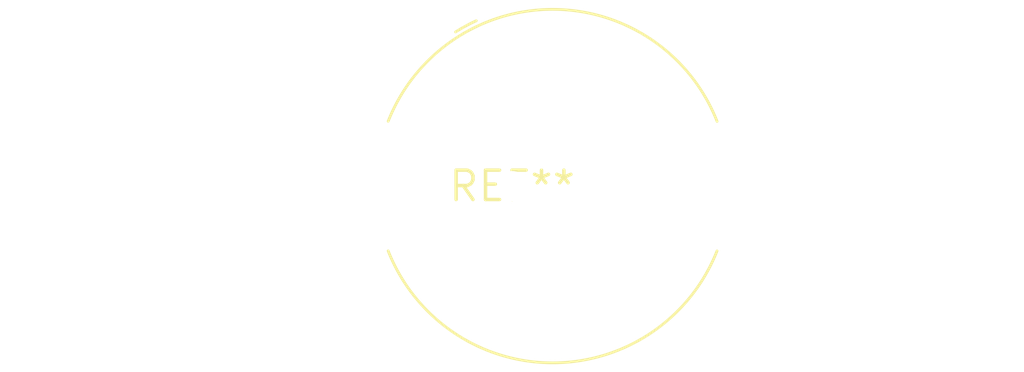
<source format=kicad_pcb>
(kicad_pcb (version 20240108) (generator pcbnew)
  (layers (0 "F.Cu" signal) (31 "B.Cu" signal) (34 "B.Paste" user) (35 "F.Paste" user) (36 "B.SilkS" user "B.Silkscreen") (37 "F.SilkS" user "F.Silkscreen") (38 "B.Mask" user) (39 "F.Mask" user) (44 "Edge.Cuts" user))
  (net 0 "")
  (footprint "TE_T4041037031-000_M8_03_Socket_Straight" (layer "F.Cu") (at 0 0)
    (property "Reference" "REF**")
    (property "Value" "TE_T4041037031-000_M8_03_Socket_Straight")
    (fp_arc (start -5.358655 -2.803412) (mid 1.751834 -7.641472) (end 8.86 -2.8) (layer "F.SilkS") (stroke (width 0.12)))
    (fp_arc (start -2.446063 -6.663748) (mid -2.005908 -6.921388) (end -1.55 -7.149999) (layer "F.SilkS") (stroke (width 0.12)))
    (fp_arc (start 8.858655 2.803413) (mid 1.748166 7.641472) (end -5.36 2.8) (layer "F.SilkS") (stroke (width 0.12)))
    (pad "1" thru_hole rect (at 0 0 17.8) (size 1.74 1.74) (drill 1.3) (layers *.Cu *.Mask) (remove_unused_layers))
    (pad "3" thru_hole circle (at 3.5 0 180) (size 1.74 1.74) (drill 1.3) (layers *.Cu *.Mask) (remove_unused_layers))
    (pad "4" thru_hole circle (at 1.75 1.75 180) (size 1.74 1.74) (drill 1.3) (layers *.Cu *.Mask) (remove_unused_layers))
    (pad "SH" thru_hole circle (at -4.5 0 180) (size 5 5) (drill 3) (layers *.Cu *.Mask) (remove_unused_layers))
    (pad "SH" thru_hole circle (at 8 0 180) (size 5 5) (drill 3) (layers *.Cu *.Mask) (remove_unused_layers))
  )
)
</source>
